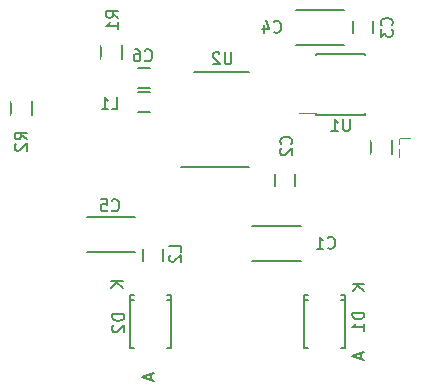
<source format=gbr>
G04 #@! TF.FileFunction,Legend,Bot*
%FSLAX46Y46*%
G04 Gerber Fmt 4.6, Leading zero omitted, Abs format (unit mm)*
G04 Created by KiCad (PCBNEW 0.201509081510+6169~29~ubuntu15.04.1-product) date Čt 10. září 2015, 16:27:08 CEST*
%MOMM*%
G01*
G04 APERTURE LIST*
%ADD10C,0.150000*%
%ADD11R,1.924000X1.924000*%
%ADD12R,2.200000X2.630000*%
%ADD13R,1.650000X1.400000*%
%ADD14R,1.400000X1.650000*%
%ADD15R,2.200860X2.899360*%
%ADD16C,6.400000*%
%ADD17R,1.700000X1.100000*%
%ADD18R,1.950000X1.000000*%
%ADD19R,1.500000X0.800000*%
%ADD20C,1.901140*%
G04 APERTURE END LIST*
D10*
X25422000Y14708000D02*
X21322000Y14708000D01*
X25422000Y11708000D02*
X21322000Y11708000D01*
X23280000Y18042000D02*
X23280000Y19042000D01*
X24980000Y19042000D02*
X24980000Y18042000D01*
X31584000Y31996000D02*
X31584000Y30996000D01*
X29884000Y30996000D02*
X29884000Y31996000D01*
X11692000Y28028000D02*
X12692000Y28028000D01*
X12692000Y26328000D02*
X11692000Y26328000D01*
X29182060Y8403140D02*
X28831540Y8403140D01*
X25681940Y8403140D02*
X26032460Y8403140D01*
X29182060Y4353560D02*
X28831540Y4353560D01*
X29182060Y8854440D02*
X28831540Y8854440D01*
X25681940Y8854440D02*
X26032460Y8854440D01*
X25681940Y4353560D02*
X26032460Y4353560D01*
X29182060Y8854440D02*
X29182060Y4353560D01*
X25681940Y8854440D02*
X25681940Y4353560D01*
X14450060Y8403140D02*
X14099540Y8403140D01*
X10949940Y8403140D02*
X11300460Y8403140D01*
X14450060Y4353560D02*
X14099540Y4353560D01*
X14450060Y8854440D02*
X14099540Y8854440D01*
X10949940Y8854440D02*
X11300460Y8854440D01*
X10949940Y4353560D02*
X11300460Y4353560D01*
X14450060Y8854440D02*
X14450060Y4353560D01*
X10949940Y8854440D02*
X10949940Y4353560D01*
X11692000Y25996000D02*
X12692000Y25996000D01*
X12692000Y24296000D02*
X11692000Y24296000D01*
X12104000Y11692000D02*
X12104000Y12692000D01*
X13804000Y12692000D02*
X13804000Y11692000D01*
X10273000Y28798000D02*
X10273000Y29998000D01*
X8523000Y29998000D02*
X8523000Y28798000D01*
X903000Y25238000D02*
X903000Y24038000D01*
X2653000Y24038000D02*
X2653000Y25238000D01*
X31383000Y21936000D02*
X31383000Y20736000D01*
X33133000Y20736000D02*
X33133000Y21936000D01*
X26754000Y24095000D02*
X26754000Y24240000D01*
X30904000Y24095000D02*
X30904000Y24240000D01*
X30904000Y29245000D02*
X30904000Y29100000D01*
X26754000Y29245000D02*
X26754000Y29100000D01*
X26754000Y24095000D02*
X30904000Y24095000D01*
X26754000Y29245000D02*
X30904000Y29245000D01*
X26754000Y24240000D02*
X25354000Y24240000D01*
X16410001Y19668466D02*
X16410001Y19693466D01*
X21060001Y19668466D02*
X21060001Y19693466D01*
X21060001Y27718466D02*
X21060001Y27693466D01*
X16410001Y27718466D02*
X16410001Y27693466D01*
X16410001Y19668466D02*
X21060001Y19668466D01*
X16410001Y27718466D02*
X21060001Y27718466D01*
X16410001Y19693466D02*
X15335001Y19693466D01*
X24997000Y29996000D02*
X29097000Y29996000D01*
X24997000Y32996000D02*
X29097000Y32996000D01*
X7344000Y12470000D02*
X11444000Y12470000D01*
X7344000Y15470000D02*
X11444000Y15470000D01*
X27725666Y12850857D02*
X27773285Y12803238D01*
X27916142Y12755619D01*
X28011380Y12755619D01*
X28154238Y12803238D01*
X28249476Y12898476D01*
X28297095Y12993714D01*
X28344714Y13184190D01*
X28344714Y13327048D01*
X28297095Y13517524D01*
X28249476Y13612762D01*
X28154238Y13708000D01*
X28011380Y13755619D01*
X27916142Y13755619D01*
X27773285Y13708000D01*
X27725666Y13660381D01*
X26773285Y12755619D02*
X27344714Y12755619D01*
X27059000Y12755619D02*
X27059000Y13755619D01*
X27154238Y13612762D01*
X27249476Y13517524D01*
X27344714Y13469905D01*
X24614143Y21629666D02*
X24661762Y21677285D01*
X24709381Y21820142D01*
X24709381Y21915380D01*
X24661762Y22058238D01*
X24566524Y22153476D01*
X24471286Y22201095D01*
X24280810Y22248714D01*
X24137952Y22248714D01*
X23947476Y22201095D01*
X23852238Y22153476D01*
X23757000Y22058238D01*
X23709381Y21915380D01*
X23709381Y21820142D01*
X23757000Y21677285D01*
X23804619Y21629666D01*
X23804619Y21248714D02*
X23757000Y21201095D01*
X23709381Y21105857D01*
X23709381Y20867761D01*
X23757000Y20772523D01*
X23804619Y20724904D01*
X23899857Y20677285D01*
X23995095Y20677285D01*
X24137952Y20724904D01*
X24709381Y21296333D01*
X24709381Y20677285D01*
X33123143Y31662666D02*
X33170762Y31710285D01*
X33218381Y31853142D01*
X33218381Y31948380D01*
X33170762Y32091238D01*
X33075524Y32186476D01*
X32980286Y32234095D01*
X32789810Y32281714D01*
X32646952Y32281714D01*
X32456476Y32234095D01*
X32361238Y32186476D01*
X32266000Y32091238D01*
X32218381Y31948380D01*
X32218381Y31853142D01*
X32266000Y31710285D01*
X32313619Y31662666D01*
X32218381Y31329333D02*
X32218381Y30710285D01*
X32599333Y31043619D01*
X32599333Y30900761D01*
X32646952Y30805523D01*
X32694571Y30757904D01*
X32789810Y30710285D01*
X33027905Y30710285D01*
X33123143Y30757904D01*
X33170762Y30805523D01*
X33218381Y30900761D01*
X33218381Y31186476D01*
X33170762Y31281714D01*
X33123143Y31329333D01*
X12231666Y28725857D02*
X12279285Y28678238D01*
X12422142Y28630619D01*
X12517380Y28630619D01*
X12660238Y28678238D01*
X12755476Y28773476D01*
X12803095Y28868714D01*
X12850714Y29059190D01*
X12850714Y29202048D01*
X12803095Y29392524D01*
X12755476Y29487762D01*
X12660238Y29583000D01*
X12517380Y29630619D01*
X12422142Y29630619D01*
X12279285Y29583000D01*
X12231666Y29535381D01*
X11374523Y29630619D02*
X11565000Y29630619D01*
X11660238Y29583000D01*
X11707857Y29535381D01*
X11803095Y29392524D01*
X11850714Y29202048D01*
X11850714Y28821095D01*
X11803095Y28725857D01*
X11755476Y28678238D01*
X11660238Y28630619D01*
X11469761Y28630619D01*
X11374523Y28678238D01*
X11326904Y28725857D01*
X11279285Y28821095D01*
X11279285Y29059190D01*
X11326904Y29154429D01*
X11374523Y29202048D01*
X11469761Y29249667D01*
X11660238Y29249667D01*
X11755476Y29202048D01*
X11803095Y29154429D01*
X11850714Y29059190D01*
X30805381Y7342095D02*
X29805381Y7342095D01*
X29805381Y7104000D01*
X29853000Y6961142D01*
X29948238Y6865904D01*
X30043476Y6818285D01*
X30233952Y6770666D01*
X30376810Y6770666D01*
X30567286Y6818285D01*
X30662524Y6865904D01*
X30757762Y6961142D01*
X30805381Y7104000D01*
X30805381Y7342095D01*
X30805381Y5818285D02*
X30805381Y6389714D01*
X30805381Y6104000D02*
X29805381Y6104000D01*
X29948238Y6199238D01*
X30043476Y6294476D01*
X30091095Y6389714D01*
X30834381Y9765905D02*
X29834381Y9765905D01*
X30834381Y9194476D02*
X30262952Y9623048D01*
X29834381Y9194476D02*
X30405810Y9765905D01*
X30498667Y3942095D02*
X30498667Y3465904D01*
X30784381Y4037333D02*
X29784381Y3704000D01*
X30784381Y3370666D01*
X10485381Y7215095D02*
X9485381Y7215095D01*
X9485381Y6977000D01*
X9533000Y6834142D01*
X9628238Y6738904D01*
X9723476Y6691285D01*
X9913952Y6643666D01*
X10056810Y6643666D01*
X10247286Y6691285D01*
X10342524Y6738904D01*
X10437762Y6834142D01*
X10485381Y6977000D01*
X10485381Y7215095D01*
X9580619Y6262714D02*
X9533000Y6215095D01*
X9485381Y6119857D01*
X9485381Y5881761D01*
X9533000Y5786523D01*
X9580619Y5738904D01*
X9675857Y5691285D01*
X9771095Y5691285D01*
X9913952Y5738904D01*
X10485381Y6310333D01*
X10485381Y5691285D01*
X10358381Y10040905D02*
X9358381Y10040905D01*
X10358381Y9469476D02*
X9786952Y9898048D01*
X9358381Y9469476D02*
X9929810Y10040905D01*
X12739667Y2143095D02*
X12739667Y1666904D01*
X13025381Y2238333D02*
X12025381Y1905000D01*
X13025381Y1571666D01*
X9437666Y24566619D02*
X9913857Y24566619D01*
X9913857Y25566619D01*
X8580523Y24566619D02*
X9151952Y24566619D01*
X8866238Y24566619D02*
X8866238Y25566619D01*
X8961476Y25423762D01*
X9056714Y25328524D01*
X9151952Y25280905D01*
X15311381Y12485666D02*
X15311381Y12961857D01*
X14311381Y12961857D01*
X14406619Y12199952D02*
X14359000Y12152333D01*
X14311381Y12057095D01*
X14311381Y11818999D01*
X14359000Y11723761D01*
X14406619Y11676142D01*
X14501857Y11628523D01*
X14597095Y11628523D01*
X14739952Y11676142D01*
X15311381Y12247571D01*
X15311381Y11628523D01*
X9977381Y32297666D02*
X9501190Y32631000D01*
X9977381Y32869095D02*
X8977381Y32869095D01*
X8977381Y32488142D01*
X9025000Y32392904D01*
X9072619Y32345285D01*
X9167857Y32297666D01*
X9310714Y32297666D01*
X9405952Y32345285D01*
X9453571Y32392904D01*
X9501190Y32488142D01*
X9501190Y32869095D01*
X9977381Y31345285D02*
X9977381Y31916714D01*
X9977381Y31631000D02*
X8977381Y31631000D01*
X9120238Y31726238D01*
X9215476Y31821476D01*
X9263095Y31916714D01*
X2230381Y22010666D02*
X1754190Y22344000D01*
X2230381Y22582095D02*
X1230381Y22582095D01*
X1230381Y22201142D01*
X1278000Y22105904D01*
X1325619Y22058285D01*
X1420857Y22010666D01*
X1563714Y22010666D01*
X1658952Y22058285D01*
X1706571Y22105904D01*
X1754190Y22201142D01*
X1754190Y22582095D01*
X1325619Y21629714D02*
X1278000Y21582095D01*
X1230381Y21486857D01*
X1230381Y21248761D01*
X1278000Y21153523D01*
X1325619Y21105904D01*
X1420857Y21058285D01*
X1516095Y21058285D01*
X1658952Y21105904D01*
X2230381Y21677333D01*
X2230381Y21058285D01*
X34810381Y21502666D02*
X34334190Y21836000D01*
X34810381Y22074095D02*
X33810381Y22074095D01*
X33810381Y21693142D01*
X33858000Y21597904D01*
X33905619Y21550285D01*
X34000857Y21502666D01*
X34143714Y21502666D01*
X34238952Y21550285D01*
X34286571Y21597904D01*
X34334190Y21693142D01*
X34334190Y22074095D01*
X33810381Y21169333D02*
X33810381Y20550285D01*
X34191333Y20883619D01*
X34191333Y20740761D01*
X34238952Y20645523D01*
X34286571Y20597904D01*
X34381810Y20550285D01*
X34619905Y20550285D01*
X34715143Y20597904D01*
X34762762Y20645523D01*
X34810381Y20740761D01*
X34810381Y21026476D01*
X34762762Y21121714D01*
X34715143Y21169333D01*
X29590905Y23717619D02*
X29590905Y22908095D01*
X29543286Y22812857D01*
X29495667Y22765238D01*
X29400429Y22717619D01*
X29209952Y22717619D01*
X29114714Y22765238D01*
X29067095Y22812857D01*
X29019476Y22908095D01*
X29019476Y23717619D01*
X28019476Y22717619D02*
X28590905Y22717619D01*
X28305191Y22717619D02*
X28305191Y23717619D01*
X28400429Y23574762D01*
X28495667Y23479524D01*
X28590905Y23431905D01*
X19557905Y29376619D02*
X19557905Y28567095D01*
X19510286Y28471857D01*
X19462667Y28424238D01*
X19367429Y28376619D01*
X19176952Y28376619D01*
X19081714Y28424238D01*
X19034095Y28471857D01*
X18986476Y28567095D01*
X18986476Y29376619D01*
X18557905Y29281381D02*
X18510286Y29329000D01*
X18415048Y29376619D01*
X18176952Y29376619D01*
X18081714Y29329000D01*
X18034095Y29281381D01*
X17986476Y29186143D01*
X17986476Y29090905D01*
X18034095Y28948048D01*
X18605524Y28376619D01*
X17986476Y28376619D01*
X23153666Y31138857D02*
X23201285Y31091238D01*
X23344142Y31043619D01*
X23439380Y31043619D01*
X23582238Y31091238D01*
X23677476Y31186476D01*
X23725095Y31281714D01*
X23772714Y31472190D01*
X23772714Y31615048D01*
X23725095Y31805524D01*
X23677476Y31900762D01*
X23582238Y31996000D01*
X23439380Y32043619D01*
X23344142Y32043619D01*
X23201285Y31996000D01*
X23153666Y31948381D01*
X22296523Y31710286D02*
X22296523Y31043619D01*
X22534619Y32091238D02*
X22772714Y31376952D01*
X22153666Y31376952D01*
X9437666Y16025857D02*
X9485285Y15978238D01*
X9628142Y15930619D01*
X9723380Y15930619D01*
X9866238Y15978238D01*
X9961476Y16073476D01*
X10009095Y16168714D01*
X10056714Y16359190D01*
X10056714Y16502048D01*
X10009095Y16692524D01*
X9961476Y16787762D01*
X9866238Y16883000D01*
X9723380Y16930619D01*
X9628142Y16930619D01*
X9485285Y16883000D01*
X9437666Y16835381D01*
X8532904Y16930619D02*
X9009095Y16930619D01*
X9056714Y16454429D01*
X9009095Y16502048D01*
X8913857Y16549667D01*
X8675761Y16549667D01*
X8580523Y16502048D01*
X8532904Y16454429D01*
X8485285Y16359190D01*
X8485285Y16121095D01*
X8532904Y16025857D01*
X8580523Y15978238D01*
X8675761Y15930619D01*
X8913857Y15930619D01*
X9009095Y15978238D01*
X9056714Y16025857D01*
%LPC*%
D11*
X15875000Y34798000D03*
X15875000Y37338000D03*
D12*
X25082000Y13208000D03*
X22162000Y13208000D03*
D13*
X24130000Y19542000D03*
X24130000Y17542000D03*
X30734000Y30496000D03*
X30734000Y32496000D03*
D14*
X13192000Y27178000D03*
X11192000Y27178000D03*
D15*
X27432000Y8602980D03*
X27432000Y4605020D03*
X12700000Y8602980D03*
X12700000Y4605020D03*
D11*
X23876000Y4318000D03*
X21336000Y4318000D03*
X23876000Y6858000D03*
X21336000Y6858000D03*
X23876000Y9398000D03*
X21336000Y9398000D03*
X37338000Y26162000D03*
X34798000Y26162000D03*
X37338000Y28702000D03*
X34798000Y28702000D03*
X13335000Y34798000D03*
X13335000Y37338000D03*
X18415000Y34798000D03*
X18415000Y37338000D03*
X20955000Y37338000D03*
X20955000Y34798000D03*
X26035000Y37338000D03*
X26035000Y34798000D03*
X23495000Y37338000D03*
X23495000Y34798000D03*
X16510000Y16764000D03*
X19050000Y16764000D03*
X21590000Y16764000D03*
X6858000Y28448000D03*
X4318000Y28448000D03*
X6858000Y25908000D03*
X4318000Y25908000D03*
X37338000Y18542000D03*
X34798000Y18542000D03*
X37338000Y21082000D03*
X34798000Y21082000D03*
X6858000Y18288000D03*
X4318000Y18288000D03*
X37338000Y13462000D03*
X34798000Y13462000D03*
X37338000Y16002000D03*
X34798000Y16002000D03*
X37338000Y23622000D03*
X34798000Y23622000D03*
X16256000Y9398000D03*
X18796000Y9398000D03*
X16256000Y6858000D03*
X18796000Y6858000D03*
X16256000Y4318000D03*
X18796000Y4318000D03*
X6858000Y20828000D03*
X4318000Y20828000D03*
X6858000Y23368000D03*
X4318000Y23368000D03*
D14*
X13192000Y25146000D03*
X11192000Y25146000D03*
D13*
X12954000Y13192000D03*
X12954000Y11192000D03*
D16*
X35560000Y35560000D03*
X35560000Y5080000D03*
X5080000Y35560000D03*
X5080000Y5080000D03*
D17*
X9398000Y30348000D03*
X9398000Y28448000D03*
X1778000Y23688000D03*
X1778000Y25588000D03*
X32258000Y20386000D03*
X32258000Y22286000D03*
D18*
X26129000Y24765000D03*
X26129000Y26035000D03*
X26129000Y27305000D03*
X26129000Y28575000D03*
X31529000Y28575000D03*
X31529000Y27305000D03*
X31529000Y26035000D03*
X31529000Y24765000D03*
D19*
X15885001Y20118466D03*
X15885001Y20768466D03*
X15885001Y21418466D03*
X15885001Y22068466D03*
X15885001Y22718466D03*
X15885001Y23368466D03*
X15885001Y24018466D03*
X15885001Y24668466D03*
X15885001Y25318466D03*
X15885001Y25968466D03*
X15885001Y26618466D03*
X15885001Y27268466D03*
X21585001Y27268466D03*
X21585001Y26618466D03*
X21585001Y25968466D03*
X21585001Y25318466D03*
X21585001Y24668466D03*
X21585001Y24018466D03*
X21585001Y23368466D03*
X21585001Y22718466D03*
X21585001Y22068466D03*
X21585001Y21418466D03*
X21585001Y20768466D03*
X21585001Y20118466D03*
D20*
X11303000Y22252940D03*
X11303000Y17371060D03*
D12*
X25337000Y31496000D03*
X28257000Y31496000D03*
X7684000Y13970000D03*
X10604000Y13970000D03*
M02*

</source>
